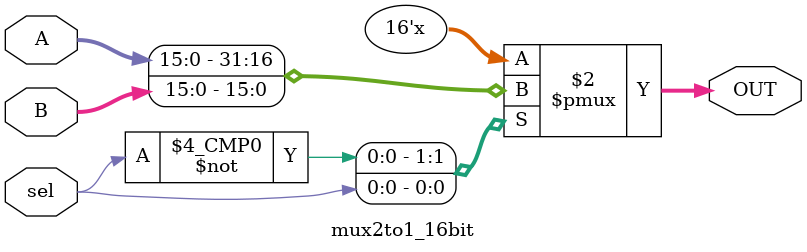
<source format=v>
module mux2to1_16bit (
input [15:0] A,
input [15:0] B,
input sel ,
output reg [15:0] OUT
);
always @(A or B or sel)
    begin
        case ( sel)
            1'b0 : OUT = A;
            1'b1 : OUT = B;
        endcase
    end
endmodule
</source>
